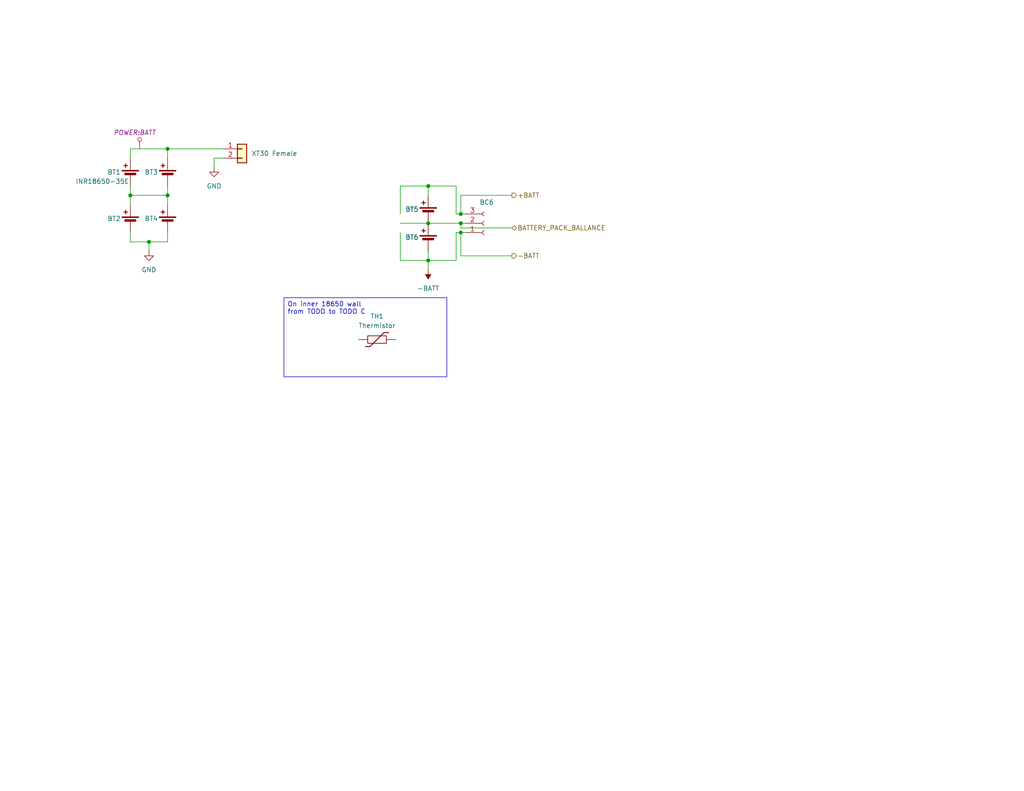
<source format=kicad_sch>
(kicad_sch (version 20250114) (generator "eeschema") (generator_version "9.0")
  (paper "A")
  (lib_symbols
    (symbol "Connector:Conn_01x03_Socket" (pin_names (offset 1.016) (hide yes))
      (property "Reference" "J" (at 0 5.08 0))
      (property "Value" "Conn_01x03_Socket" (at 0 -5.08 0))
      (symbol "Conn_01x03_Socket_1_1"
        (polyline (pts (xy -1.27 2.54) (xy -0.508 2.54)) (stroke (width 0.1524)))
        (polyline (pts (xy -1.27 0) (xy -0.508 0)) (stroke (width 0.1524)))
        (polyline (pts (xy -1.27 -2.54) (xy -0.508 -2.54)) (stroke (width 0.1524)))
        (arc (start 0 2.032) (mid -0.5058 2.54) (end 0 3.048) (stroke (width 0.1524)))
        (arc (start 0 -0.508) (mid -0.5058 0) (end 0 0.508) (stroke (width 0.1524)))
        (arc (start 0 -3.048) (mid -0.5058 -2.54) (end 0 -2.032) (stroke (width 0.1524)))
        (pin passive line (at -5.08 2.54 0) (length 3.81) (name "Pin_1") (number "1"))
        (pin passive line (at -5.08 0 0) (length 3.81) (name "Pin_2") (number "2"))
        (pin passive line (at -5.08 -2.54 0) (length 3.81) (name "Pin_3") (number "3"))
      )
    )
    (symbol "Connector_Generic:Conn_01x02" (pin_names (offset 1.016) (hide yes))
      (property "Reference" "J" (at 0 2.54 0))
      (property "Value" "Conn_01x02" (at 0 -5.08 0))
      (symbol "Conn_01x02_1_1"
        (rectangle (start -1.27 1.27) (end 1.27 -3.81) (stroke (width 0.254)) (fill (type background)))
        (rectangle (start -1.27 0.127) (end 0 -0.127) (stroke (width 0.1524)))
        (rectangle (start -1.27 -2.413) (end 0 -2.667) (stroke (width 0.1524)))
        (pin passive line (at -5.08 0 0) (length 3.81) (name "Pin_1") (number "1"))
        (pin passive line (at -5.08 -2.54 0) (length 3.81) (name "Pin_2") (number "2"))
      )
    )
    (symbol "Device:Battery_Cell" (pin_numbers (hide yes)) (pin_names (offset 0) (hide yes))
      (property "Reference" "BT" (at 2.54 2.54 0))
      (property "Value" "Battery_Cell" (at 2.54 0 0))
      (symbol "Battery_Cell_0_1"
        (rectangle (start -2.286 1.778) (end 2.286 1.524) (fill (type outline)))
        (rectangle (start -1.524 1.016) (end 1.524 0.508) (fill (type outline)))
        (polyline (pts (xy 0 1.778) (xy 0 2.54)))
        (polyline (pts (xy 0 0.762) (xy 0 0)))
        (polyline (pts (xy 0.762 3.048) (xy 1.778 3.048)) (stroke (width 0.254)))
        (polyline (pts (xy 1.27 3.556) (xy 1.27 2.54)) (stroke (width 0.254)))
      )
      (symbol "Battery_Cell_1_1"
        (pin passive line (at 0 5.08 270) (length 2.54) (name "+") (number "1"))
        (pin passive line (at 0 -2.54 90) (length 2.54) (name "-") (number "2"))
      )
    )
    (symbol "Device:Thermistor" (pin_numbers (hide yes)) (pin_names (offset 0))
      (property "Reference" "TH" (at 2.54 1.27 90))
      (property "Value" "Thermistor" (at -2.54 0 90))
      (symbol "Thermistor_0_1"
        (polyline (pts (xy -1.905 3.175) (xy -1.905 1.905) (xy 1.905 -1.905) (xy 1.905 -3.175) (xy 1.905 -3.175)) (stroke (width 0.254)))
        (rectangle (start -1.016 2.54) (end 1.016 -2.54) (stroke (width 0.2032)))
      )
      (symbol "Thermistor_1_1"
        (pin passive line (at 0 5.08 270) (length 2.54) (name "~") (number "1"))
        (pin passive line (at 0 -5.08 90) (length 2.54) (name "~") (number "2"))
      )
    )
    (symbol "power:-BATT" (power) (pin_numbers (hide yes)) (pin_names (offset 0) (hide yes))
      (property "Value" "-BATT" (at 0 3.556 0))
      (symbol "-BATT_0_1"
        (polyline (pts (xy 0 0) (xy 0 2.54)))
        (polyline (pts (xy 0.762 1.27) (xy -0.762 1.27) (xy 0 2.54) (xy 0.762 1.27)) (fill (type outline)))
      )
      (symbol "-BATT_1_1"
        (pin power_in line (at 0 0 90) (length 0) (name "~") (number "1"))
      )
    )
    (symbol "power:GND" (power) (pin_numbers (hide yes)) (pin_names (offset 0) (hide yes))
      (property "Value" "GND" (at 0 -3.81 0))
      (symbol "GND_0_1"
        (polyline (pts (xy 0 0) (xy 0 -1.27) (xy 1.27 -1.27) (xy 0 -2.54) (xy -1.27 -1.27) (xy 0 -1.27)))
      )
      (symbol "GND_1_1"
        (pin power_in line (at 0 0 270) (length 0) (name "~") (number "1"))
      )
    )
  )
  (text_box "On inner 18650 wall\nfrom TODO to TODO C" (at 77.47 81.28 0) (size 44.45 21.59) (margins 0.9525 0.9525 0.9525 0.9525) (effects (font (size 1.27 1.27)) (justify left top)))
  (junction (at 116.84 50.8))
  (junction (at 45.72 53.34))
  (junction (at 116.84 71.12))
  (junction (at 125.73 60.96))
  (junction (at 125.73 58.42))
  (junction (at 45.72 40.64))
  (junction (at 40.64 66.04))
  (junction (at 125.73 63.5))
  (junction (at 35.56 53.34))
  (junction (at 116.84 60.96))
  (wire (pts (xy 35.56 66.04) (xy 40.64 66.04)))
  (wire (pts (xy 40.64 66.04) (xy 45.72 66.04)))
  (wire (pts (xy 45.72 53.34) (xy 45.72 55.88)))
  (wire (pts (xy 35.56 40.64) (xy 45.72 40.64)))
  (wire (pts (xy 125.73 63.5) (xy 125.73 69.85)))
  (wire (pts (xy 125.73 62.23) (xy 139.7 62.23)))
  (wire (pts (xy 116.84 60.96) (xy 125.73 60.96)))
  (wire (pts (xy 35.56 50.8) (xy 35.56 53.34)))
  (wire (pts (xy 45.72 50.8) (xy 45.72 53.34)))
  (wire (pts (xy 125.73 60.96) (xy 127 60.96)))
  (wire (pts (xy 125.73 63.5) (xy 127 63.5)))
  (wire (pts (xy 109.22 50.8) (xy 116.84 50.8)))
  (wire (pts (xy 124.46 58.42) (xy 125.73 58.42)))
  (wire (pts (xy 35.56 63.5) (xy 35.56 66.04)))
  (wire (pts (xy 109.22 60.96) (xy 116.84 60.96)))
  (wire (pts (xy 125.73 60.96) (xy 125.73 62.23)))
  (wire (pts (xy 124.46 63.5) (xy 125.73 63.5)))
  (wire (pts (xy 124.46 63.5) (xy 124.46 71.12)))
  (wire (pts (xy 124.46 50.8) (xy 116.84 50.8)))
  (wire (pts (xy 40.64 68.58) (xy 40.64 66.04)))
  (wire (pts (xy 125.73 69.85) (xy 139.7 69.85)))
  (wire (pts (xy 109.22 63.5) (xy 109.22 71.12)))
  (wire (pts (xy 45.72 40.64) (xy 60.96 40.64)))
  (wire (pts (xy 125.73 58.42) (xy 127 58.42)))
  (wire (pts (xy 35.56 53.34) (xy 45.72 53.34)))
  (wire (pts (xy 125.73 53.34) (xy 139.7 53.34)))
  (wire (pts (xy 58.42 45.72) (xy 58.42 43.18)))
  (wire (pts (xy 116.84 50.8) (xy 116.84 53.34)))
  (wire (pts (xy 109.22 58.42) (xy 109.22 50.8)))
  (wire (pts (xy 35.56 43.18) (xy 35.56 40.64)))
  (wire (pts (xy 125.73 58.42) (xy 125.73 53.34)))
  (wire (pts (xy 116.84 73.66) (xy 116.84 71.12)))
  (wire (pts (xy 109.22 71.12) (xy 116.84 71.12)))
  (wire (pts (xy 124.46 58.42) (xy 124.46 50.8)))
  (wire (pts (xy 58.42 43.18) (xy 60.96 43.18)))
  (wire (pts (xy 45.72 63.5) (xy 45.72 66.04)))
  (wire (pts (xy 124.46 71.12) (xy 116.84 71.12)))
  (wire (pts (xy 116.84 71.12) (xy 116.84 68.58)))
  (wire (pts (xy 35.56 53.34) (xy 35.56 55.88)))
  (wire (pts (xy 45.72 40.64) (xy 45.72 43.18)))
  (hierarchical_label "+BATT" (shape output) (at 139.7 53.34 0))
  (hierarchical_label "BATTERY_PACK_BALLANCE" (shape bidirectional) (at 139.7 62.23 0))
  (hierarchical_label "-BATT" (shape output) (at 139.7 69.85 0))
  (netclass_flag "" (length 2.54) (shape round) (at 38.1 40.64 0) (property "Netclass" "POWER:BATT" (at 42.545 36.195 0) (effects (font (italic yes)) (justify right))))
  (symbol (lib_id "Connector_Generic:Conn_01x02") (at 66.04 40.64 0) (unit 1) (on_board no)
    (property "Reference" "J5" (effects (hide yes)))
    (property "Value" "XT30 Female" (at 68.58 41.91 0) (effects (justify left)))
    (property "Description" "Generic connector, single row, 01x02, script generated (kicad-library-utils/schlib/autogen/connector/)" (effects (hide yes)))
  )
  (symbol (lib_id "Device:Battery_Cell") (at 45.72 60.96 0) (mirror y) (unit 1) (on_board no)
    (property "Reference" "BT4" (at 41.275 59.69 0))
    (property "Value" "INR18650-35E" (effects (hide yes)))
    (property "Description" "Single-cell battery" (effects (hide yes)))
    (property "Digikey" "Samsung" (effects (hide yes)))
  )
  (symbol (lib_id "power:GND") (at 58.42 45.72 0) (unit 1)
    (property "Reference" "#PWR028" (effects (hide yes)))
    (property "Value" "GND" (at 58.42 50.8 0))
    (property "Description" "Power symbol creates a global label with name \"GND\" , ground" (effects (hide yes)))
  )
  (symbol (lib_id "Connector:Conn_01x03_Socket") (at 132.08 60.96 0) (mirror x) (unit 1) (exclude_from_sim yes) (in_bom no) (on_board no)
    (property "Reference" "BC6" (at 130.81 55.245 0) (effects (justify left)))
    (property "Value" "N/A" (effects (hide yes)))
    (property "Description" "Generic connector, single row, 01x03, script generated" (effects (hide yes)))
  )
  (symbol (lib_id "Device:Battery_Cell") (at 45.72 48.26 0) (mirror y) (unit 1) (on_board no)
    (property "Reference" "BT3" (at 41.275 46.99 0))
    (property "Value" "INR18650-35E" (effects (hide yes)))
    (property "Description" "Single-cell battery" (effects (hide yes)))
    (property "Digikey" "Samsung" (effects (hide yes)))
  )
  (symbol (lib_id "Device:Battery_Cell") (at 116.84 66.04 0) (mirror y) (unit 1)
    (property "Reference" "BT6" (at 112.395 64.77 0))
    (property "Value" "INR18650-35E" (effects (hide yes)))
    (property "Description" "Single-cell battery" (effects (hide yes)))
    (property "Digikey" "Samsung" (effects (hide yes)))
  )
  (symbol (lib_id "Device:Battery_Cell") (at 35.56 48.26 0) (mirror y) (unit 1) (on_board no)
    (property "Reference" "BT1" (at 31.115 46.99 0))
    (property "Value" "INR18650-35E" (at 27.94 49.53 0))
    (property "Description" "Single-cell battery" (effects (hide yes)))
    (property "Digikey" "Samsung" (effects (hide yes)))
  )
  (symbol (lib_id "Device:Battery_Cell") (at 35.56 60.96 0) (mirror y) (unit 1) (on_board no)
    (property "Reference" "BT2" (at 31.115 59.69 0))
    (property "Value" "INR18650-35E" (effects (hide yes)))
    (property "Description" "Single-cell battery" (effects (hide yes)))
    (property "Digikey" "Samsung" (effects (hide yes)))
  )
  (symbol (lib_id "power:-BATT") (at 116.84 73.66 180) (unit 1)
    (property "Reference" "#PWR030" (effects (hide yes)))
    (property "Value" "-BATT" (at 116.84 78.74 0))
    (property "Description" "Power symbol creates a global label with name \"-BATT\"" (effects (hide yes)))
  )
  (symbol (lib_id "power:GND") (at 40.64 68.58 0) (unit 1)
    (property "Reference" "#PWR027" (effects (hide yes)))
    (property "Value" "GND" (at 40.64 73.66 0))
    (property "Description" "Power symbol creates a global label with name \"GND\" , ground" (effects (hide yes)))
  )
  (symbol (lib_id "Device:Thermistor") (at 102.87 92.71 90) (unit 1)
    (property "Reference" "TH1" (at 102.87 86.36 90))
    (property "Value" "Thermistor" (at 102.87 88.9 90))
    (property "Description" "Temperature dependent resistor" (effects (hide yes)))
  )
  (symbol (lib_id "Device:Battery_Cell") (at 116.84 58.42 0) (mirror y) (unit 1)
    (property "Reference" "BT5" (at 112.395 57.15 0))
    (property "Value" "INR18650-35E" (effects (hide yes)))
    (property "Description" "Single-cell battery" (effects (hide yes)))
    (property "Digikey" "Samsung" (effects (hide yes)))
  )
)
</source>
